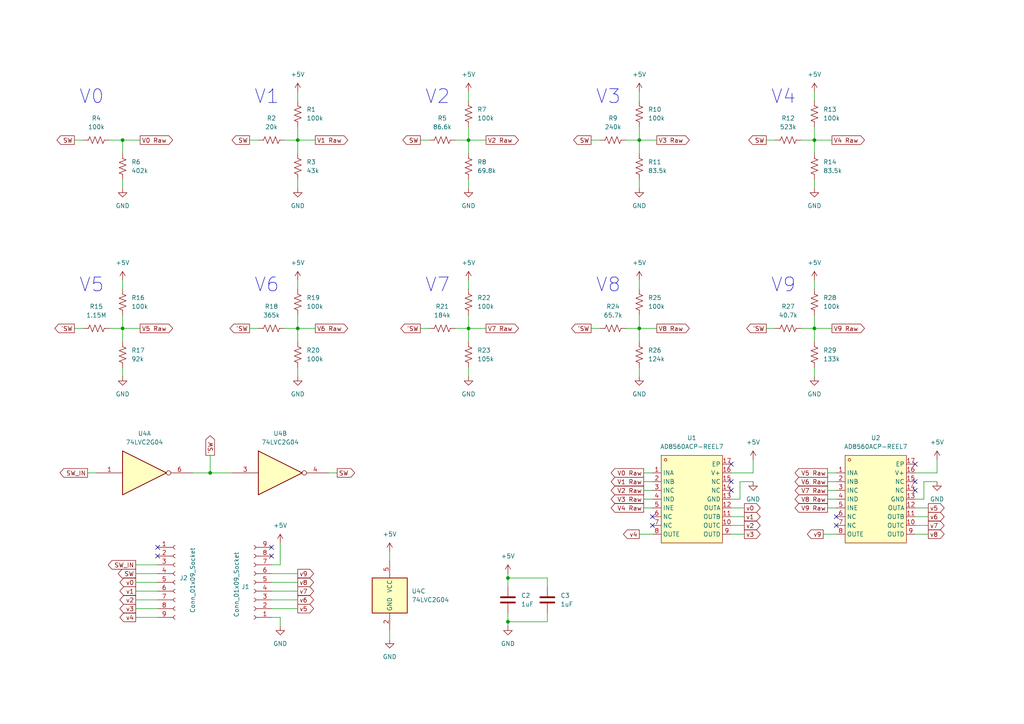
<source format=kicad_sch>
(kicad_sch (version 20230121) (generator eeschema)
  (paper "A4")
  (title_block (title "CGB-REG Replacement Circuit"))
  (lib_symbols
    (symbol "74xGxx:74LVC2G04"
      (property "Reference" "U" (at 0 7.62 0))
      (property "Value" "74LVC2G04" (at 2.54 -7.62 0))
      (symbol "74LVC2G04_1_1"
        (polyline (pts (xy -7.62 6.35) (xy -7.62 -6.35) (xy 5.08 0) (xy -7.62 6.35)) (stroke (width 0.254)) (fill (type background)))
        (pin input line (at -15.24 0 0) (length 7.62) (name "~") (number "1"))
        (pin output inverted (at 12.7 0 180) (length 7.62) (name "~") (number "6"))
      )
      (symbol "74LVC2G04_2_1"
        (polyline (pts (xy -7.62 6.35) (xy -7.62 -6.35) (xy 5.08 0) (xy -7.62 6.35)) (stroke (width 0.254)) (fill (type background)))
        (pin input line (at -15.24 0 0) (length 7.62) (name "~") (number "3"))
        (pin output inverted (at 12.7 0 180) (length 7.62) (name "~") (number "4"))
      )
      (symbol "74LVC2G04_3_0"
        (rectangle (start -5.08 -5.08) (end 5.08 5.08) (stroke (width 0.254)) (fill (type background)))
      )
      (symbol "74LVC2G04_3_1"
        (pin power_in line (at 0 -10.16 90) (length 5.08) (name "GND") (number "2"))
        (pin power_in line (at 0 10.16 270) (length 5.08) (name "VCC") (number "5"))
      )
    )
    (symbol "Connector:Conn_01x09_Socket" (pin_names (offset 1.016) hide)
      (property "Reference" "J" (at 0 12.7 0))
      (property "Value" "Conn_01x09_Socket" (at 0 -12.7 0))
      (symbol "Conn_01x09_Socket_1_1"
        (arc (start 0 -9.652) (mid -0.5058 -10.16) (end 0 -10.668) (stroke (width 0.1524)))
        (arc (start 0 -7.112) (mid -0.5058 -7.62) (end 0 -8.128) (stroke (width 0.1524)))
        (arc (start 0 -4.572) (mid -0.5058 -5.08) (end 0 -5.588) (stroke (width 0.1524)))
        (arc (start 0 -2.032) (mid -0.5058 -2.54) (end 0 -3.048) (stroke (width 0.1524)))
        (polyline (pts (xy -1.27 -10.16) (xy -0.508 -10.16)) (stroke (width 0.1524)))
        (polyline (pts (xy -1.27 -7.62) (xy -0.508 -7.62)) (stroke (width 0.1524)))
        (polyline (pts (xy -1.27 -5.08) (xy -0.508 -5.08)) (stroke (width 0.1524)))
        (polyline (pts (xy -1.27 -2.54) (xy -0.508 -2.54)) (stroke (width 0.1524)))
        (polyline (pts (xy -1.27 0) (xy -0.508 0)) (stroke (width 0.1524)))
        (polyline (pts (xy -1.27 2.54) (xy -0.508 2.54)) (stroke (width 0.1524)))
        (polyline (pts (xy -1.27 5.08) (xy -0.508 5.08)) (stroke (width 0.1524)))
        (polyline (pts (xy -1.27 7.62) (xy -0.508 7.62)) (stroke (width 0.1524)))
        (polyline (pts (xy -1.27 10.16) (xy -0.508 10.16)) (stroke (width 0.1524)))
        (arc (start 0 0.508) (mid -0.5058 0) (end 0 -0.508) (stroke (width 0.1524)))
        (arc (start 0 3.048) (mid -0.5058 2.54) (end 0 2.032) (stroke (width 0.1524)))
        (arc (start 0 5.588) (mid -0.5058 5.08) (end 0 4.572) (stroke (width 0.1524)))
        (arc (start 0 8.128) (mid -0.5058 7.62) (end 0 7.112) (stroke (width 0.1524)))
        (arc (start 0 10.668) (mid -0.5058 10.16) (end 0 9.652) (stroke (width 0.1524)))
        (pin passive line (at -5.08 10.16 0) (length 3.81) (name "Pin_1") (number "1"))
        (pin passive line (at -5.08 7.62 0) (length 3.81) (name "Pin_2") (number "2"))
        (pin passive line (at -5.08 5.08 0) (length 3.81) (name "Pin_3") (number "3"))
        (pin passive line (at -5.08 2.54 0) (length 3.81) (name "Pin_4") (number "4"))
        (pin passive line (at -5.08 0 0) (length 3.81) (name "Pin_5") (number "5"))
        (pin passive line (at -5.08 -2.54 0) (length 3.81) (name "Pin_6") (number "6"))
        (pin passive line (at -5.08 -5.08 0) (length 3.81) (name "Pin_7") (number "7"))
        (pin passive line (at -5.08 -7.62 0) (length 3.81) (name "Pin_8") (number "8"))
        (pin passive line (at -5.08 -10.16 0) (length 3.81) (name "Pin_9") (number "9"))
      )
    )
    (symbol "Device:C" (pin_numbers hide) (pin_names (offset 0.254))
      (property "Reference" "C" (at 0.635 2.54 0))
      (property "Value" "C" (at 0.635 -2.54 0))
      (symbol "C_0_1"
        (polyline (pts (xy -2.032 -0.762) (xy 2.032 -0.762)) (stroke (width 0.508)))
        (polyline (pts (xy -2.032 0.762) (xy 2.032 0.762)) (stroke (width 0.508)))
      )
      (symbol "C_1_1"
        (pin passive line (at 0 3.81 270) (length 2.794) (name "~") (number "1"))
        (pin passive line (at 0 -3.81 90) (length 2.794) (name "~") (number "2"))
      )
    )
    (symbol "Device:R_US" (pin_numbers hide) (pin_names (offset 0))
      (property "Reference" "R" (at 2.54 0 90))
      (property "Value" "R_US" (at -2.54 0 90))
      (symbol "R_US_0_1"
        (polyline (pts (xy 0 -2.286) (xy 0 -2.54)))
        (polyline (pts (xy 0 2.286) (xy 0 2.54)))
        (polyline (pts (xy 0 -0.762) (xy 1.016 -1.143) (xy 0 -1.524) (xy -1.016 -1.905) (xy 0 -2.286)))
        (polyline (pts (xy 0 0.762) (xy 1.016 0.381) (xy 0 0) (xy -1.016 -0.381) (xy 0 -0.762)))
        (polyline (pts (xy 0 2.286) (xy 1.016 1.905) (xy 0 1.524) (xy -1.016 1.143) (xy 0 0.762)))
      )
      (symbol "R_US_1_1"
        (pin passive line (at 0 3.81 270) (length 1.27) (name "~") (number "1"))
        (pin passive line (at 0 -3.81 90) (length 1.27) (name "~") (number "2"))
      )
    )
    (symbol "easyeda2kicad:AD8560ACP-REEL7"
      (property "Reference" "U" (at 0 15.24 0))
      (property "Value" "AD8560ACP-REEL7" (at 0 -15.24 0))
      (symbol "AD8560ACP-REEL7_0_1"
        (rectangle (start -8.89 12.7) (end 8.89 -12.7) (fill (type background)))
        (circle (center -7.62 11.43) (radius 0.38))
        (pin unspecified line (at -11.43 7.62 0) (length 2.54) (name "INA") (number "1"))
        (pin unspecified line (at 11.43 -7.62 180) (length 2.54) (name "OUTC") (number "10"))
        (pin unspecified line (at 11.43 -5.08 180) (length 2.54) (name "OUTB") (number "11"))
        (pin unspecified line (at 11.43 -2.54 180) (length 2.54) (name "OUTA") (number "12"))
        (pin unspecified line (at 11.43 0 180) (length 2.54) (name "GND") (number "13"))
        (pin unspecified line (at 11.43 2.54 180) (length 2.54) (name "NC") (number "14"))
        (pin unspecified line (at 11.43 5.08 180) (length 2.54) (name "NC") (number "15"))
        (pin unspecified line (at 11.43 7.62 180) (length 2.54) (name "V+") (number "16"))
        (pin unspecified line (at 11.43 10.16 180) (length 2.54) (name "EP") (number "17"))
        (pin unspecified line (at -11.43 5.08 0) (length 2.54) (name "INB") (number "2"))
        (pin unspecified line (at -11.43 2.54 0) (length 2.54) (name "INC") (number "3"))
        (pin unspecified line (at -11.43 0 0) (length 2.54) (name "IND") (number "4"))
        (pin unspecified line (at -11.43 -2.54 0) (length 2.54) (name "INE") (number "5"))
        (pin unspecified line (at -11.43 -5.08 0) (length 2.54) (name "NC") (number "6"))
        (pin unspecified line (at -11.43 -7.62 0) (length 2.54) (name "NC") (number "7"))
        (pin unspecified line (at -11.43 -10.16 0) (length 2.54) (name "OUTE") (number "8"))
        (pin unspecified line (at 11.43 -10.16 180) (length 2.54) (name "OUTD") (number "9"))
      )
    )
    (symbol "power:+5V" (power) (pin_names (offset 0))
      (property "Value" "+5V" (at 0 3.556 0))
      (symbol "+5V_0_1"
        (polyline (pts (xy -0.762 1.27) (xy 0 2.54)))
        (polyline (pts (xy 0 0) (xy 0 2.54)))
        (polyline (pts (xy 0 2.54) (xy 0.762 1.27)))
      )
      (symbol "+5V_1_1"
        (pin power_in line (at 0 0 90) (length 0) hide (name "+5V") (number "1"))
      )
    )
    (symbol "power:GND" (power) (pin_names (offset 0))
      (property "Value" "GND" (at 0 -3.81 0))
      (symbol "GND_0_1"
        (polyline (pts (xy 0 0) (xy 0 -1.27) (xy 1.27 -1.27) (xy 0 -2.54) (xy -1.27 -1.27) (xy 0 -1.27)))
      )
      (symbol "GND_1_1"
        (pin power_in line (at 0 0 270) (length 0) hide (name "GND") (number "1"))
      )
    )
  )
  (junction (at 135.89 95.25))
  (junction (at 135.89 40.64))
  (junction (at 236.22 95.25))
  (junction (at 35.56 95.25))
  (junction (at 147.32 167.64))
  (junction (at 185.42 40.64))
  (junction (at 35.56 40.64))
  (junction (at 86.36 95.25))
  (junction (at 185.42 95.25))
  (junction (at 236.22 40.64))
  (junction (at 86.36 40.64))
  (junction (at 60.96 137.16))
  (junction (at 147.32 180.34))
  (no_connect (at 212.09 139.7))
  (no_connect (at 189.23 149.86))
  (no_connect (at 212.09 142.24))
  (no_connect (at 265.43 134.62))
  (no_connect (at 242.57 152.4))
  (no_connect (at 78.74 161.29))
  (no_connect (at 212.09 134.62))
  (no_connect (at 78.74 158.75))
  (no_connect (at 45.72 161.29))
  (no_connect (at 265.43 139.7))
  (no_connect (at 189.23 152.4))
  (no_connect (at 242.57 149.86))
  (no_connect (at 265.43 142.24))
  (no_connect (at 45.72 158.75))
  (wire (pts (xy 185.42 95.25) (xy 190.5 95.25)))
  (wire (pts (xy 135.89 26.67) (xy 135.89 29.21)))
  (wire (pts (xy 218.44 137.16) (xy 212.09 137.16)))
  (wire (pts (xy 212.09 152.4) (xy 215.9 152.4)))
  (wire (pts (xy 86.36 91.44) (xy 86.36 95.25)))
  (wire (pts (xy 135.89 36.83) (xy 135.89 40.64)))
  (wire (pts (xy 265.43 149.86) (xy 269.24 149.86)))
  (wire (pts (xy 147.32 167.64) (xy 147.32 170.18)))
  (wire (pts (xy 240.03 137.16) (xy 242.57 137.16)))
  (wire (pts (xy 171.45 40.64) (xy 173.99 40.64)))
  (wire (pts (xy 186.69 139.7) (xy 189.23 139.7)))
  (wire (pts (xy 86.36 95.25) (xy 91.44 95.25)))
  (wire (pts (xy 236.22 26.67) (xy 236.22 29.21)))
  (wire (pts (xy 35.56 81.28) (xy 35.56 83.82)))
  (wire (pts (xy 78.74 179.07) (xy 81.28 179.07)))
  (wire (pts (xy 185.42 36.83) (xy 185.42 40.64)))
  (wire (pts (xy 121.92 95.25) (xy 124.46 95.25)))
  (wire (pts (xy 158.75 170.18) (xy 158.75 167.64)))
  (wire (pts (xy 158.75 177.8) (xy 158.75 180.34)))
  (wire (pts (xy 218.44 139.7) (xy 214.63 139.7)))
  (wire (pts (xy 158.75 167.64) (xy 147.32 167.64)))
  (wire (pts (xy 135.89 91.44) (xy 135.89 95.25)))
  (wire (pts (xy 78.74 171.45) (xy 86.36 171.45)))
  (wire (pts (xy 35.56 95.25) (xy 40.64 95.25)))
  (wire (pts (xy 39.37 166.37) (xy 45.72 166.37)))
  (wire (pts (xy 113.03 160.02) (xy 113.03 162.56)))
  (wire (pts (xy 39.37 176.53) (xy 45.72 176.53)))
  (wire (pts (xy 35.56 106.68) (xy 35.56 109.22)))
  (wire (pts (xy 35.56 91.44) (xy 35.56 95.25)))
  (wire (pts (xy 132.08 40.64) (xy 135.89 40.64)))
  (wire (pts (xy 147.32 177.8) (xy 147.32 180.34)))
  (wire (pts (xy 185.42 91.44) (xy 185.42 95.25)))
  (wire (pts (xy 236.22 91.44) (xy 236.22 95.25)))
  (wire (pts (xy 82.55 40.64) (xy 86.36 40.64)))
  (wire (pts (xy 212.09 144.78) (xy 214.63 144.78)))
  (wire (pts (xy 185.42 95.25) (xy 185.42 99.06)))
  (wire (pts (xy 72.39 95.25) (xy 74.93 95.25)))
  (wire (pts (xy 185.42 106.68) (xy 185.42 109.22)))
  (wire (pts (xy 86.36 106.68) (xy 86.36 109.22)))
  (wire (pts (xy 35.56 52.07) (xy 35.56 54.61)))
  (wire (pts (xy 78.74 176.53) (xy 86.36 176.53)))
  (wire (pts (xy 135.89 40.64) (xy 135.89 44.45)))
  (wire (pts (xy 185.42 154.94) (xy 189.23 154.94)))
  (wire (pts (xy 135.89 95.25) (xy 140.97 95.25)))
  (wire (pts (xy 186.69 147.32) (xy 189.23 147.32)))
  (wire (pts (xy 39.37 173.99) (xy 45.72 173.99)))
  (wire (pts (xy 218.44 133.35) (xy 218.44 137.16)))
  (wire (pts (xy 21.59 95.25) (xy 24.13 95.25)))
  (wire (pts (xy 21.59 40.64) (xy 24.13 40.64)))
  (wire (pts (xy 86.36 40.64) (xy 86.36 44.45)))
  (wire (pts (xy 82.55 95.25) (xy 86.36 95.25)))
  (wire (pts (xy 265.43 147.32) (xy 269.24 147.32)))
  (wire (pts (xy 113.03 182.88) (xy 113.03 185.42)))
  (wire (pts (xy 236.22 81.28) (xy 236.22 83.82)))
  (wire (pts (xy 236.22 40.64) (xy 236.22 44.45)))
  (wire (pts (xy 35.56 40.64) (xy 40.64 40.64)))
  (wire (pts (xy 236.22 95.25) (xy 241.3 95.25)))
  (wire (pts (xy 236.22 52.07) (xy 236.22 54.61)))
  (wire (pts (xy 39.37 171.45) (xy 45.72 171.45)))
  (wire (pts (xy 240.03 147.32) (xy 242.57 147.32)))
  (wire (pts (xy 186.69 142.24) (xy 189.23 142.24)))
  (wire (pts (xy 135.89 106.68) (xy 135.89 109.22)))
  (wire (pts (xy 31.75 40.64) (xy 35.56 40.64)))
  (wire (pts (xy 181.61 40.64) (xy 185.42 40.64)))
  (wire (pts (xy 39.37 163.83) (xy 45.72 163.83)))
  (wire (pts (xy 60.96 137.16) (xy 67.31 137.16)))
  (wire (pts (xy 78.74 168.91) (xy 86.36 168.91)))
  (wire (pts (xy 232.41 95.25) (xy 236.22 95.25)))
  (wire (pts (xy 185.42 40.64) (xy 185.42 44.45)))
  (wire (pts (xy 78.74 173.99) (xy 86.36 173.99)))
  (wire (pts (xy 214.63 139.7) (xy 214.63 144.78)))
  (wire (pts (xy 147.32 180.34) (xy 147.32 181.61)))
  (wire (pts (xy 171.45 95.25) (xy 173.99 95.25)))
  (wire (pts (xy 186.69 137.16) (xy 189.23 137.16)))
  (wire (pts (xy 271.78 139.7) (xy 267.97 139.7)))
  (wire (pts (xy 135.89 95.25) (xy 135.89 99.06)))
  (wire (pts (xy 222.25 40.64) (xy 224.79 40.64)))
  (wire (pts (xy 81.28 163.83) (xy 81.28 157.48)))
  (wire (pts (xy 265.43 152.4) (xy 269.24 152.4)))
  (wire (pts (xy 121.92 40.64) (xy 124.46 40.64)))
  (wire (pts (xy 265.43 154.94) (xy 269.24 154.94)))
  (wire (pts (xy 86.36 95.25) (xy 86.36 99.06)))
  (wire (pts (xy 236.22 106.68) (xy 236.22 109.22)))
  (wire (pts (xy 86.36 36.83) (xy 86.36 40.64)))
  (wire (pts (xy 236.22 36.83) (xy 236.22 40.64)))
  (wire (pts (xy 271.78 133.35) (xy 271.78 137.16)))
  (wire (pts (xy 78.74 163.83) (xy 81.28 163.83)))
  (wire (pts (xy 222.25 95.25) (xy 224.79 95.25)))
  (wire (pts (xy 185.42 26.67) (xy 185.42 29.21)))
  (wire (pts (xy 236.22 40.64) (xy 241.3 40.64)))
  (wire (pts (xy 185.42 81.28) (xy 185.42 83.82)))
  (wire (pts (xy 181.61 95.25) (xy 185.42 95.25)))
  (wire (pts (xy 132.08 95.25) (xy 135.89 95.25)))
  (wire (pts (xy 135.89 52.07) (xy 135.89 54.61)))
  (wire (pts (xy 78.74 166.37) (xy 86.36 166.37)))
  (wire (pts (xy 240.03 139.7) (xy 242.57 139.7)))
  (wire (pts (xy 185.42 52.07) (xy 185.42 54.61)))
  (wire (pts (xy 86.36 81.28) (xy 86.36 83.82)))
  (wire (pts (xy 212.09 149.86) (xy 215.9 149.86)))
  (wire (pts (xy 95.25 137.16) (xy 97.79 137.16)))
  (wire (pts (xy 186.69 144.78) (xy 189.23 144.78)))
  (wire (pts (xy 236.22 95.25) (xy 236.22 99.06)))
  (wire (pts (xy 25.4 137.16) (xy 27.94 137.16)))
  (wire (pts (xy 39.37 168.91) (xy 45.72 168.91)))
  (wire (pts (xy 31.75 95.25) (xy 35.56 95.25)))
  (wire (pts (xy 238.76 154.94) (xy 242.57 154.94)))
  (wire (pts (xy 185.42 40.64) (xy 190.5 40.64)))
  (wire (pts (xy 147.32 167.64) (xy 147.32 166.37)))
  (wire (pts (xy 39.37 179.07) (xy 45.72 179.07)))
  (wire (pts (xy 55.88 137.16) (xy 60.96 137.16)))
  (wire (pts (xy 135.89 81.28) (xy 135.89 83.82)))
  (wire (pts (xy 267.97 139.7) (xy 267.97 144.78)))
  (wire (pts (xy 212.09 154.94) (xy 215.9 154.94)))
  (wire (pts (xy 135.89 40.64) (xy 140.97 40.64)))
  (wire (pts (xy 158.75 180.34) (xy 147.32 180.34)))
  (wire (pts (xy 240.03 144.78) (xy 242.57 144.78)))
  (wire (pts (xy 86.36 52.07) (xy 86.36 54.61)))
  (wire (pts (xy 35.56 95.25) (xy 35.56 99.06)))
  (wire (pts (xy 81.28 179.07) (xy 81.28 181.61)))
  (wire (pts (xy 86.36 26.67) (xy 86.36 29.21)))
  (wire (pts (xy 60.96 132.08) (xy 60.96 137.16)))
  (wire (pts (xy 212.09 147.32) (xy 215.9 147.32)))
  (wire (pts (xy 232.41 40.64) (xy 236.22 40.64)))
  (wire (pts (xy 35.56 40.64) (xy 35.56 44.45)))
  (wire (pts (xy 271.78 137.16) (xy 265.43 137.16)))
  (wire (pts (xy 240.03 142.24) (xy 242.57 142.24)))
  (wire (pts (xy 72.39 40.64) (xy 74.93 40.64)))
  (wire (pts (xy 265.43 144.78) (xy 267.97 144.78)))
  (wire (pts (xy 86.36 40.64) (xy 91.44 40.64)))
  (text "V5" (at 22.86 85.09 0) (effects (font (size 4 4)) (justify left bottom)))
  (text "V1" (at 73.66 30.48 0) (effects (font (size 4 4)) (justify left bottom)))
  (text "V6" (at 73.66 85.09 0) (effects (font (size 4 4)) (justify left bottom)))
  (text "V4" (at 223.52 30.48 0) (effects (font (size 4 4)) (justify left bottom)))
  (text "V3" (at 172.72 30.48 0) (effects (font (size 4 4)) (justify left bottom)))
  (text "V7" (at 123.19 85.09 0) (effects (font (size 4 4)) (justify left bottom)))
  (text "V2" (at 123.19 30.48 0) (effects (font (size 4 4)) (justify left bottom)))
  (text "V9" (at 223.52 85.09 0) (effects (font (size 4 4)) (justify left bottom)))
  (text "V0" (at 22.86 30.48 0) (effects (font (size 4 4)) (justify left bottom)))
  (text "V8" (at 172.72 85.09 0) (effects (font (size 4 4)) (justify left bottom)))
  (global_label "'SW" (shape output) (at 72.39 95.25 180) (property "Intersheetrefs" "${INTERSHEET_REFS}" (effects hide)))
  (global_label "V4 Raw" (shape output) (at 241.3 40.64 0) (property "Intersheetrefs" "${INTERSHEET_REFS}" (effects hide)))
  (global_label "V5 Raw" (shape output) (at 240.03 137.16 180) (property "Intersheetrefs" "${INTERSHEET_REFS}" (effects hide)))
  (global_label "v1" (shape output) (at 215.9 149.86 0) (property "Intersheetrefs" "${INTERSHEET_REFS}" (effects hide)))
  (global_label "V3 Raw" (shape output) (at 190.5 40.64 0) (property "Intersheetrefs" "${INTERSHEET_REFS}" (effects hide)))
  (global_label "V1 Raw" (shape output) (at 186.69 139.7 180) (property "Intersheetrefs" "${INTERSHEET_REFS}" (effects hide)))
  (global_label "v6" (shape output) (at 86.36 173.99 0) (property "Intersheetrefs" "${INTERSHEET_REFS}" (effects hide)))
  (global_label "V9 Raw" (shape output) (at 240.03 147.32 180) (property "Intersheetrefs" "${INTERSHEET_REFS}" (effects hide)))
  (global_label "SW" (shape output) (at 222.25 40.64 180) (property "Intersheetrefs" "${INTERSHEET_REFS}" (effects hide)))
  (global_label "V6 Raw" (shape output) (at 91.44 95.25 0) (property "Intersheetrefs" "${INTERSHEET_REFS}" (effects hide)))
  (global_label "V0 Raw" (shape output) (at 186.69 137.16 180) (property "Intersheetrefs" "${INTERSHEET_REFS}" (effects hide)))
  (global_label "v9" (shape output) (at 238.76 154.94 180) (property "Intersheetrefs" "${INTERSHEET_REFS}" (effects hide)))
  (global_label "v9" (shape output) (at 86.36 166.37 0) (property "Intersheetrefs" "${INTERSHEET_REFS}" (effects hide)))
  (global_label "V7 Raw" (shape output) (at 240.03 142.24 180) (property "Intersheetrefs" "${INTERSHEET_REFS}" (effects hide)))
  (global_label "V8 Raw" (shape output) (at 240.03 144.78 180) (property "Intersheetrefs" "${INTERSHEET_REFS}" (effects hide)))
  (global_label "v4" (shape output) (at 185.42 154.94 180) (property "Intersheetrefs" "${INTERSHEET_REFS}" (effects hide)))
  (global_label "V6 Raw" (shape output) (at 240.03 139.7 180) (property "Intersheetrefs" "${INTERSHEET_REFS}" (effects hide)))
  (global_label "'SW" (shape output) (at 222.25 95.25 180) (property "Intersheetrefs" "${INTERSHEET_REFS}" (effects hide)))
  (global_label "V4 Raw" (shape output) (at 186.69 147.32 180) (property "Intersheetrefs" "${INTERSHEET_REFS}" (effects hide)))
  (global_label "'SW" (shape output) (at 60.96 132.08 90) (property "Intersheetrefs" "${INTERSHEET_REFS}" (effects hide)))
  (global_label "SW" (shape output) (at 97.79 137.16 0) (property "Intersheetrefs" "${INTERSHEET_REFS}" (effects hide)))
  (global_label "SW" (shape output) (at 21.59 40.64 180) (property "Intersheetrefs" "${INTERSHEET_REFS}" (effects hide)))
  (global_label "v3" (shape output) (at 215.9 154.94 0) (property "Intersheetrefs" "${INTERSHEET_REFS}" (effects hide)))
  (global_label "'SW" (shape output) (at 171.45 95.25 180) (property "Intersheetrefs" "${INTERSHEET_REFS}" (effects hide)))
  (global_label "v7" (shape output) (at 269.24 152.4 0) (property "Intersheetrefs" "${INTERSHEET_REFS}" (effects hide)))
  (global_label "SW" (shape output) (at 72.39 40.64 180) (property "Intersheetrefs" "${INTERSHEET_REFS}" (effects hide)))
  (global_label "V0 Raw" (shape output) (at 40.64 40.64 0) (property "Intersheetrefs" "${INTERSHEET_REFS}" (effects hide)))
  (global_label "v3" (shape output) (at 39.37 176.53 180) (property "Intersheetrefs" "${INTERSHEET_REFS}" (effects hide)))
  (global_label "SW" (shape output) (at 121.92 40.64 180) (property "Intersheetrefs" "${INTERSHEET_REFS}" (effects hide)))
  (global_label "v0" (shape output) (at 39.37 168.91 180) (property "Intersheetrefs" "${INTERSHEET_REFS}" (effects hide)))
  (global_label "v8" (shape output) (at 86.36 168.91 0) (property "Intersheetrefs" "${INTERSHEET_REFS}" (effects hide)))
  (global_label "SW_IN" (shape output) (at 39.37 163.83 180) (property "Intersheetrefs" "${INTERSHEET_REFS}" (effects hide)))
  (global_label "v8" (shape output) (at 269.24 154.94 0) (property "Intersheetrefs" "${INTERSHEET_REFS}" (effects hide)))
  (global_label "V9 Raw" (shape output) (at 241.3 95.25 0) (property "Intersheetrefs" "${INTERSHEET_REFS}" (effects hide)))
  (global_label "V2 Raw" (shape output) (at 140.97 40.64 0) (property "Intersheetrefs" "${INTERSHEET_REFS}" (effects hide)))
  (global_label "v5" (shape output) (at 269.24 147.32 0) (property "Intersheetrefs" "${INTERSHEET_REFS}" (effects hide)))
  (global_label "V5 Raw" (shape output) (at 40.64 95.25 0) (property "Intersheetrefs" "${INTERSHEET_REFS}" (effects hide)))
  (global_label "v0" (shape output) (at 215.9 147.32 0) (property "Intersheetrefs" "${INTERSHEET_REFS}" (effects hide)))
  (global_label "V7 Raw" (shape output) (at 140.97 95.25 0) (property "Intersheetrefs" "${INTERSHEET_REFS}" (effects hide)))
  (global_label "SW" (shape output) (at 171.45 40.64 180) (property "Intersheetrefs" "${INTERSHEET_REFS}" (effects hide)))
  (global_label "v4" (shape output) (at 39.37 179.07 180) (property "Intersheetrefs" "${INTERSHEET_REFS}" (effects hide)))
  (global_label "v2" (shape output) (at 215.9 152.4 0) (property "Intersheetrefs" "${INTERSHEET_REFS}" (effects hide)))
  (global_label "v5" (shape output) (at 86.36 176.53 0) (property "Intersheetrefs" "${INTERSHEET_REFS}" (effects hide)))
  (global_label "SW" (shape output) (at 39.37 166.37 180) (property "Intersheetrefs" "${INTERSHEET_REFS}" (effects hide)))
  (global_label "'SW" (shape output) (at 121.92 95.25 180) (property "Intersheetrefs" "${INTERSHEET_REFS}" (effects hide)))
  (global_label "v2" (shape output) (at 39.37 173.99 180) (property "Intersheetrefs" "${INTERSHEET_REFS}" (effects hide)))
  (global_label "v6" (shape output) (at 269.24 149.86 0) (property "Intersheetrefs" "${INTERSHEET_REFS}" (effects hide)))
  (global_label "v1" (shape output) (at 39.37 171.45 180) (property "Intersheetrefs" "${INTERSHEET_REFS}" (effects hide)))
  (global_label "'SW" (shape output) (at 21.59 95.25 180) (property "Intersheetrefs" "${INTERSHEET_REFS}" (effects hide)))
  (global_label "V1 Raw" (shape output) (at 91.44 40.64 0) (property "Intersheetrefs" "${INTERSHEET_REFS}" (effects hide)))
  (global_label "v7" (shape output) (at 86.36 171.45 0) (property "Intersheetrefs" "${INTERSHEET_REFS}" (effects hide)))
  (global_label "V2 Raw" (shape output) (at 186.69 142.24 180) (property "Intersheetrefs" "${INTERSHEET_REFS}" (effects hide)))
  (global_label "V8 Raw" (shape output) (at 190.5 95.25 0) (property "Intersheetrefs" "${INTERSHEET_REFS}" (effects hide)))
  (global_label "SW_IN" (shape output) (at 25.4 137.16 180) (property "Intersheetrefs" "${INTERSHEET_REFS}" (effects hide)))
  (global_label "V3 Raw" (shape output) (at 186.69 144.78 180) (property "Intersheetrefs" "${INTERSHEET_REFS}" (effects hide)))
  (symbol (lib_id "Device:R_US") (at 185.42 33.02 0) (unit 1)
    (property "Reference" "R10" (at 187.96 31.75 0) (effects (justify left)))
    (property "Value" "100k" (at 187.96 34.29 0) (effects (justify left)))
    (property "Footprint" "Resistor_SMD:R_0603_1608Metric" (effects hide))
    (property "LCSC" "C414506" (effects hide))
  )
  (symbol (lib_id "power:+5V") (at 135.89 26.67 0) (unit 1)
    (property "Reference" "#PWR03" (effects hide))
    (property "Value" "+5V" (at 135.89 21.59 0))
  )
  (symbol (lib_id "Device:R_US") (at 86.36 48.26 0) (unit 1)
    (property "Reference" "R3" (at 88.9 46.99 0) (effects (justify left)))
    (property "Value" "43k" (at 88.9 49.53 0) (effects (justify left)))
    (property "Footprint" "Resistor_SMD:R_0603_1608Metric" (effects hide))
    (property "LCSC" "C340523" (effects hide))
  )
  (symbol (lib_id "power:+5V") (at 271.78 133.35 0) (unit 1)
    (property "Reference" "#PWR022" (effects hide))
    (property "Value" "+5V" (at 271.78 128.27 0))
  )
  (symbol (lib_id "Device:R_US") (at 135.89 102.87 0) (unit 1)
    (property "Reference" "R23" (at 138.43 101.6 0) (effects (justify left)))
    (property "Value" "105k" (at 138.43 104.14 0) (effects (justify left)))
    (property "Footprint" "Resistor_SMD:R_0603_1608Metric" (effects hide))
    (property "LCSC" "C100713" (effects hide))
  )
  (symbol (lib_id "power:GND") (at 135.89 54.61 0) (unit 1)
    (property "Reference" "#PWR05" (effects hide))
    (property "Value" "GND" (at 135.89 59.69 0))
  )
  (symbol (lib_id "power:GND") (at 135.89 109.22 0) (unit 1)
    (property "Reference" "#PWR015" (effects hide))
    (property "Value" "GND" (at 135.89 114.3 0))
  )
  (symbol (lib_id "Device:R_US") (at 236.22 87.63 0) (unit 1)
    (property "Reference" "R28" (at 238.76 86.36 0) (effects (justify left)))
    (property "Value" "100k" (at 238.76 88.9 0) (effects (justify left)))
    (property "Footprint" "Resistor_SMD:R_0603_1608Metric" (effects hide))
    (property "LCSC" "C414506" (effects hide))
  )
  (symbol (lib_id "Device:R_US") (at 236.22 48.26 0) (unit 1)
    (property "Reference" "R14" (at 238.76 46.99 0) (effects (justify left)))
    (property "Value" "83.5k" (at 238.76 49.53 0) (effects (justify left)))
    (property "Footprint" "Resistor_SMD:R_0603_1608Metric" (effects hide))
    (property "LCSC" "C3915798" (effects hide))
  )
  (symbol (lib_id "Device:R_US") (at 185.42 48.26 0) (unit 1)
    (property "Reference" "R11" (at 187.96 46.99 0) (effects (justify left)))
    (property "Value" "83.5k" (at 187.96 49.53 0) (effects (justify left)))
    (property "Footprint" "Resistor_SMD:R_0603_1608Metric" (effects hide))
    (property "LCSC" "C3915798" (effects hide))
  )
  (symbol (lib_id "power:GND") (at 86.36 109.22 0) (unit 1)
    (property "Reference" "#PWR013" (effects hide))
    (property "Value" "GND" (at 86.36 114.3 0))
  )
  (symbol (lib_id "power:+5V") (at 147.32 166.37 0) (unit 1)
    (property "Reference" "#PWR026" (effects hide))
    (property "Value" "+5V" (at 147.32 161.29 0))
  )
  (symbol (lib_id "Device:R_US") (at 135.89 87.63 0) (unit 1)
    (property "Reference" "R22" (at 138.43 86.36 0) (effects (justify left)))
    (property "Value" "100k" (at 138.43 88.9 0) (effects (justify left)))
    (property "Footprint" "Resistor_SMD:R_0603_1608Metric" (effects hide))
    (property "LCSC" "C414506" (effects hide))
  )
  (symbol (lib_id "Device:R_US") (at 86.36 87.63 0) (unit 1)
    (property "Reference" "R19" (at 88.9 86.36 0) (effects (justify left)))
    (property "Value" "100k" (at 88.9 88.9 0) (effects (justify left)))
    (property "Footprint" "Resistor_SMD:R_0603_1608Metric" (effects hide))
    (property "LCSC" "C414506" (effects hide))
  )
  (symbol (lib_id "Device:R_US") (at 78.74 40.64 270) (unit 1)
    (property "Reference" "R2" (at 78.74 34.29 90))
    (property "Value" "20k" (at 78.74 36.83 90))
    (property "Footprint" "Resistor_SMD:R_0603_1608Metric" (effects hide))
    (property "LCSC" "C844340" (effects hide))
  )
  (symbol (lib_id "Connector:Conn_01x09_Socket") (at 73.66 168.91 180) (unit 1) (in_bom no)
    (property "Reference" "J1" (at 72.39 170.18 0) (effects (justify left)))
    (property "Value" "Conn_01x09_Socket" (at 68.58 160.02 90) (effects (justify left)))
    (property "Footprint" "Connector_PinHeader_2.00mm:PinHeader_1x09_P2.00mm_Vertical" (effects hide))
  )
  (symbol (lib_id "power:+5V") (at 35.56 81.28 0) (unit 1)
    (property "Reference" "#PWR010" (effects hide))
    (property "Value" "+5V" (at 35.56 76.2 0))
  )
  (symbol (lib_id "Device:R_US") (at 177.8 95.25 270) (unit 1)
    (property "Reference" "R24" (at 177.8 88.9 90))
    (property "Value" "65.7k" (at 177.8 91.44 90))
    (property "Footprint" "Resistor_SMD:R_0603_1608Metric" (effects hide))
    (property "LCSC" "C2498169" (effects hide))
  )
  (symbol (lib_id "easyeda2kicad:AD8560ACP-REEL7") (at 200.66 144.78 0) (unit 1)
    (property "Reference" "U1" (at 200.66 127 0))
    (property "Value" "AD8560ACP-REEL7" (at 200.66 129.54 0))
    (property "Footprint" "easyeda2kicad:LFCSP-16_L4.0-W4.0-P0.65-TL-EP2.2" (effects hide))
    (property "LCSC Part" "C4366758" (effects hide))
  )
  (symbol (lib_id "Device:R_US") (at 78.74 95.25 270) (unit 1)
    (property "Reference" "R18" (at 78.74 88.9 90))
    (property "Value" "365k" (at 78.74 91.44 90))
    (property "Footprint" "Resistor_SMD:R_0603_1608Metric" (effects hide))
    (property "LCSC" "C367800" (effects hide))
  )
  (symbol (lib_id "power:+5V") (at 135.89 81.28 0) (unit 1)
    (property "Reference" "#PWR014" (effects hide))
    (property "Value" "+5V" (at 135.89 76.2 0))
  )
  (symbol (lib_id "power:GND") (at 35.56 109.22 0) (unit 1)
    (property "Reference" "#PWR011" (effects hide))
    (property "Value" "GND" (at 35.56 114.3 0))
  )
  (symbol (lib_id "Device:R_US") (at 27.94 40.64 270) (unit 1)
    (property "Reference" "R4" (at 27.94 34.29 90))
    (property "Value" "100k" (at 27.94 36.83 90))
    (property "Footprint" "Resistor_SMD:R_0603_1608Metric" (effects hide))
    (property "LCSC" "C414506" (effects hide))
  )
  (symbol (lib_id "Device:R_US") (at 86.36 102.87 0) (unit 1)
    (property "Reference" "R20" (at 88.9 101.6 0) (effects (justify left)))
    (property "Value" "100k" (at 88.9 104.14 0) (effects (justify left)))
    (property "Footprint" "Resistor_SMD:R_0603_1608Metric" (effects hide))
    (property "LCSC" "C414506" (effects hide))
  )
  (symbol (lib_id "power:GND") (at 35.56 54.61 0) (unit 1)
    (property "Reference" "#PWR04" (effects hide))
    (property "Value" "GND" (at 35.56 59.69 0))
  )
  (symbol (lib_id "Device:R_US") (at 236.22 102.87 0) (unit 1)
    (property "Reference" "R29" (at 238.76 101.6 0) (effects (justify left)))
    (property "Value" "133k" (at 238.76 104.14 0) (effects (justify left)))
    (property "Footprint" "Resistor_SMD:R_0603_1608Metric" (effects hide))
    (property "LCSC" "C317180" (effects hide))
  )
  (symbol (lib_id "74xGxx:74LVC2G04") (at 113.03 172.72 0) (unit 3)
    (property "Reference" "U4" (at 119.38 171.45 0) (effects (justify left)))
    (property "Value" "74LVC2G04" (at 119.38 173.99 0) (effects (justify left)))
    (property "Footprint" "Package_TO_SOT_SMD:SOT-23-6" (effects hide))
    (property "Datasheet" "http://www.ti.com/lit/sg/scyt129e/scyt129e.pdf" (effects hide))
    (property "LCSC" "C460538" (effects hide))
  )
  (symbol (lib_id "Device:C") (at 147.32 173.99 0) (unit 1)
    (property "Reference" "C2" (at 151.13 172.72 0) (effects (justify left)))
    (property "Value" "1uF" (at 151.13 175.26 0) (effects (justify left)))
    (property "Footprint" "Capacitor_SMD:C_0603_1608Metric" (effects hide))
    (property "LCSC" "C89376" (effects hide))
  )
  (symbol (lib_id "power:GND") (at 236.22 54.61 0) (unit 1)
    (property "Reference" "#PWR09" (effects hide))
    (property "Value" "GND" (at 236.22 59.69 0))
  )
  (symbol (lib_id "power:GND") (at 113.03 185.42 0) (unit 1)
    (property "Reference" "#PWR030" (effects hide))
    (property "Value" "GND" (at 113.03 190.5 0))
  )
  (symbol (lib_id "power:+5V") (at 81.28 157.48 0) (unit 1)
    (property "Reference" "#PWR029" (effects hide))
    (property "Value" "+5V" (at 81.28 152.4 0))
  )
  (symbol (lib_id "power:+5V") (at 236.22 26.67 0) (unit 1)
    (property "Reference" "#PWR08" (effects hide))
    (property "Value" "+5V" (at 236.22 21.59 0))
  )
  (symbol (lib_id "power:GND") (at 86.36 54.61 0) (unit 1)
    (property "Reference" "#PWR02" (effects hide))
    (property "Value" "GND" (at 86.36 59.69 0))
  )
  (symbol (lib_id "power:+5V") (at 86.36 81.28 0) (unit 1)
    (property "Reference" "#PWR012" (effects hide))
    (property "Value" "+5V" (at 86.36 76.2 0))
  )
  (symbol (lib_id "74xGxx:74LVC2G04") (at 82.55 137.16 0) (unit 2)
    (property "Reference" "U4" (at 81.28 125.73 0))
    (property "Value" "74LVC2G04" (at 81.28 128.27 0))
    (property "Footprint" "Package_TO_SOT_SMD:SOT-23-6" (effects hide))
    (property "Datasheet" "http://www.ti.com/lit/sg/scyt129e/scyt129e.pdf" (effects hide))
    (property "LCSC" "C460538" (effects hide))
  )
  (symbol (lib_id "power:+5V") (at 236.22 81.28 0) (unit 1)
    (property "Reference" "#PWR018" (effects hide))
    (property "Value" "+5V" (at 236.22 76.2 0))
  )
  (symbol (lib_id "power:GND") (at 185.42 54.61 0) (unit 1)
    (property "Reference" "#PWR07" (effects hide))
    (property "Value" "GND" (at 185.42 59.69 0))
  )
  (symbol (lib_id "power:GND") (at 147.32 181.61 0) (unit 1)
    (property "Reference" "#PWR027" (effects hide))
    (property "Value" "GND" (at 147.32 186.69 0))
  )
  (symbol (lib_id "Device:R_US") (at 27.94 95.25 270) (unit 1)
    (property "Reference" "R15" (at 27.94 88.9 90))
    (property "Value" "1.15M" (at 27.94 91.44 90))
    (property "Footprint" "Resistor_SMD:R_0603_1608Metric" (effects hide))
    (property "LCSC" "C2100176" (effects hide))
  )
  (symbol (lib_id "Device:R_US") (at 185.42 87.63 0) (unit 1)
    (property "Reference" "R25" (at 187.96 86.36 0) (effects (justify left)))
    (property "Value" "100k" (at 187.96 88.9 0) (effects (justify left)))
    (property "Footprint" "Resistor_SMD:R_0603_1608Metric" (effects hide))
    (property "LCSC" "C414506" (effects hide))
  )
  (symbol (lib_id "power:GND") (at 218.44 139.7 0) (unit 1)
    (property "Reference" "#PWR021" (effects hide))
    (property "Value" "GND" (at 218.44 144.78 0))
  )
  (symbol (lib_id "Connector:Conn_01x09_Socket") (at 50.8 168.91 0) (unit 1) (in_bom no)
    (property "Reference" "J2" (at 52.07 167.64 0) (effects (justify left)))
    (property "Value" "Conn_01x09_Socket" (at 55.88 177.8 90) (effects (justify left)))
    (property "Footprint" "Connector_PinHeader_2.00mm:PinHeader_1x09_P2.00mm_Vertical" (effects hide))
  )
  (symbol (lib_id "Device:R_US") (at 128.27 95.25 270) (unit 1)
    (property "Reference" "R21" (at 128.27 88.9 90))
    (property "Value" "184k" (at 128.27 91.44 90))
    (property "Footprint" "Resistor_SMD:R_0603_1608Metric" (effects hide))
    (property "LCSC" "C2505474" (effects hide))
  )
  (symbol (lib_id "Device:R_US") (at 228.6 40.64 270) (unit 1)
    (property "Reference" "R12" (at 228.6 34.29 90))
    (property "Value" "523k" (at 228.6 36.83 90))
    (property "Footprint" "Resistor_SMD:R_0603_1608Metric" (effects hide))
    (property "LCSC" "C5126197" (effects hide))
  )
  (symbol (lib_id "Device:R_US") (at 86.36 33.02 0) (unit 1)
    (property "Reference" "R1" (at 88.9 31.75 0) (effects (justify left)))
    (property "Value" "100k" (at 88.9 34.29 0) (effects (justify left)))
    (property "Footprint" "Resistor_SMD:R_0603_1608Metric" (effects hide))
    (property "LCSC" "C414506" (effects hide))
  )
  (symbol (lib_id "Device:R_US") (at 185.42 102.87 0) (unit 1)
    (property "Reference" "R26" (at 187.96 101.6 0) (effects (justify left)))
    (property "Value" "124k" (at 187.96 104.14 0) (effects (justify left)))
    (property "Footprint" "Resistor_SMD:R_0603_1608Metric" (effects hide))
    (property "LCSC" "C2889164" (effects hide))
  )
  (symbol (lib_id "power:GND") (at 185.42 109.22 0) (unit 1)
    (property "Reference" "#PWR017" (effects hide))
    (property "Value" "GND" (at 185.42 114.3 0))
  )
  (symbol (lib_id "power:+5V") (at 113.03 160.02 0) (unit 1)
    (property "Reference" "#PWR031" (effects hide))
    (property "Value" "+5V" (at 113.03 154.94 0))
  )
  (symbol (lib_id "power:+5V") (at 185.42 81.28 0) (unit 1)
    (property "Reference" "#PWR016" (effects hide))
    (property "Value" "+5V" (at 185.42 76.2 0))
  )
  (symbol (lib_id "Device:R_US") (at 228.6 95.25 270) (unit 1)
    (property "Reference" "R27" (at 228.6 88.9 90))
    (property "Value" "40.7k" (at 228.6 91.44 90))
    (property "Footprint" "Resistor_SMD:R_0603_1608Metric" (effects hide))
    (property "LCSC" "C2495443" (effects hide))
  )
  (symbol (lib_id "Device:R_US") (at 128.27 40.64 270) (unit 1)
    (property "Reference" "R5" (at 128.27 34.29 90))
    (property "Value" "86.6k" (at 128.27 36.83 90))
    (property "Footprint" "Resistor_SMD:R_0603_1608Metric" (effects hide))
    (property "LCSC" "C403381" (effects hide))
  )
  (symbol (lib_id "Device:R_US") (at 35.56 102.87 0) (unit 1)
    (property "Reference" "R17" (at 38.1 101.6 0) (effects (justify left)))
    (property "Value" "92k" (at 38.1 104.14 0) (effects (justify left)))
    (property "Footprint" "Resistor_SMD:R_0603_1608Metric" (effects hide))
    (property "LCSC" "C4024522" (effects hide))
  )
  (symbol (lib_id "power:+5V") (at 218.44 133.35 0) (unit 1)
    (property "Reference" "#PWR020" (effects hide))
    (property "Value" "+5V" (at 218.44 128.27 0))
  )
  (symbol (lib_id "Device:R_US") (at 35.56 87.63 0) (unit 1)
    (property "Reference" "R16" (at 38.1 86.36 0) (effects (justify left)))
    (property "Value" "100k" (at 38.1 88.9 0) (effects (justify left)))
    (property "Footprint" "Resistor_SMD:R_0603_1608Metric" (effects hide))
    (property "LCSC" "C414506" (effects hide))
  )
  (symbol (lib_id "power:+5V") (at 185.42 26.67 0) (unit 1)
    (property "Reference" "#PWR06" (effects hide))
    (property "Value" "+5V" (at 185.42 21.59 0))
  )
  (symbol (lib_id "power:GND") (at 81.28 181.61 0) (unit 1)
    (property "Reference" "#PWR028" (effects hide))
    (property "Value" "GND" (at 81.28 186.69 0))
  )
  (symbol (lib_id "Device:R_US") (at 135.89 48.26 0) (unit 1)
    (property "Reference" "R8" (at 138.43 46.99 0) (effects (justify left)))
    (property "Value" "69.8k" (at 138.43 49.53 0) (effects (justify left)))
    (property "Footprint" "Resistor_SMD:R_0603_1608Metric" (effects hide))
    (property "LCSC" "C170663" (effects hide))
  )
  (symbol (lib_id "power:+5V") (at 86.36 26.67 0) (unit 1)
    (property "Reference" "#PWR01" (effects hide))
    (property "Value" "+5V" (at 86.36 21.59 0))
  )
  (symbol (lib_id "Device:R_US") (at 236.22 33.02 0) (unit 1)
    (property "Reference" "R13" (at 238.76 31.75 0) (effects (justify left)))
    (property "Value" "100k" (at 238.76 34.29 0) (effects (justify left)))
    (property "Footprint" "Resistor_SMD:R_0603_1608Metric" (effects hide))
    (property "LCSC" "C414506" (effects hide))
  )
  (symbol (lib_id "power:GND") (at 236.22 109.22 0) (unit 1)
    (property "Reference" "#PWR019" (effects hide))
    (property "Value" "GND" (at 236.22 114.3 0))
  )
  (symbol (lib_id "power:GND") (at 271.78 139.7 0) (unit 1)
    (property "Reference" "#PWR023" (effects hide))
    (property "Value" "GND" (at 271.78 144.78 0))
  )
  (symbol (lib_id "Device:C") (at 158.75 173.99 0) (unit 1)
    (property "Reference" "C3" (at 162.56 172.72 0) (effects (justify left)))
    (property "Value" "1uF" (at 162.56 175.26 0) (effects (justify left)))
    (property "Footprint" "Capacitor_SMD:C_0603_1608Metric" (effects hide))
    (property "LCSC" "C89376" (effects hide))
  )
  (symbol (lib_id "74xGxx:74LVC2G04") (at 43.18 137.16 0) (unit 1)
    (property "Reference" "U4" (at 41.91 125.73 0))
    (property "Value" "74LVC2G04" (at 41.91 128.27 0))
    (property "Footprint" "Package_TO_SOT_SMD:SOT-23-6" (effects hide))
    (property "Datasheet" "http://www.ti.com/lit/sg/scyt129e/scyt129e.pdf" (effects hide))
    (property "LCSC" "C460538" (effects hide))
  )
  (symbol (lib_id "easyeda2kicad:AD8560ACP-REEL7") (at 254 144.78 0) (unit 1)
    (property "Reference" "U2" (at 254 127 0))
    (property "Value" "AD8560ACP-REEL7" (at 254 129.54 0))
    (property "Footprint" "easyeda2kicad:LFCSP-16_L4.0-W4.0-P0.65-TL-EP2.2" (effects hide))
    (property "LCSC Part" "C4366758" (effects hide))
  )
  (symbol (lib_id "Device:R_US") (at 177.8 40.64 270) (unit 1)
    (property "Reference" "R9" (at 177.8 34.29 90))
    (property "Value" "240k" (at 177.8 36.83 90))
    (property "Footprint" "Resistor_SMD:R_0603_1608Metric" (effects hide))
    (property "LCSC" "C881412" (effects hide))
  )
  (symbol (lib_id "Device:R_US") (at 35.56 48.26 0) (unit 1)
    (property "Reference" "R6" (at 38.1 46.99 0) (effects (justify left)))
    (property "Value" "402k" (at 38.1 49.53 0) (effects (justify left)))
    (property "Footprint" "Resistor_SMD:R_0603_1608Metric" (effects hide))
    (property "LCSC" "C23048" (effects hide))
  )
  (symbol (lib_id "Device:R_US") (at 135.89 33.02 0) (unit 1)
    (property "Reference" "R7" (at 138.43 31.75 0) (effects (justify left)))
    (property "Value" "100k" (at 138.43 34.29 0) (effects (justify left)))
    (property "Footprint" "Resistor_SMD:R_0603_1608Metric" (effects hide))
    (property "LCSC" "C414506" (effects hide))
  )
)
</source>
